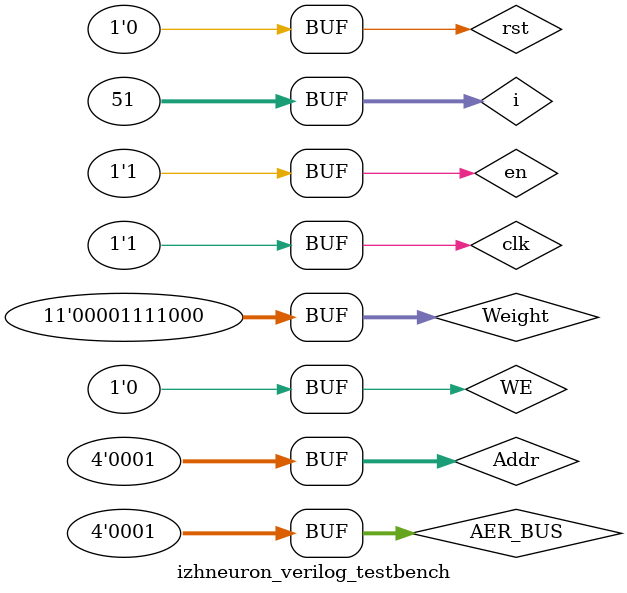
<source format=v>


module izhneuron_verilog(
	clk,
	rst,
	en,
	WE,
	Addr,
	AER_BUS,
	Weight,
	spike_out
);


input wire	clk;
input wire	rst;
input wire	en;
input wire	WE;
input wire	[3:0] Addr;
input wire	[3:0] AER_BUS;
input wire	[10:0] Weight;
output wire	spike_out;

wire	SYNTHESIZED_WIRE_0;
wire	[31:0] SYNTHESIZED_WIRE_9;
wire	[31:0] SYNTHESIZED_WIRE_10;
wire	[31:0] SYNTHESIZED_WIRE_3;
wire	[31:0] SYNTHESIZED_WIRE_4;
wire	[10:0] SYNTHESIZED_WIRE_5;
wire	[10:0] SYNTHESIZED_WIRE_6;

assign	spike_out = SYNTHESIZED_WIRE_0;




u_equation	b2v_inst(
	.rst(rst),
	.clk(clk),
	.spike(SYNTHESIZED_WIRE_0),
	.u(SYNTHESIZED_WIRE_9),
	.v(SYNTHESIZED_WIRE_10),
	.u_out(SYNTHESIZED_WIRE_3));
	defparam	b2v_inst.d = 80;


store	b2v_inst2(
	.rst(rst),
	.clk(clk),
	.in(SYNTHESIZED_WIRE_3),
	.out(SYNTHESIZED_WIRE_9));


neg_store	b2v_inst3(
	.rst(rst),
	.clk(clk),
	.in(SYNTHESIZED_WIRE_4),
	.out(SYNTHESIZED_WIRE_10));


input_align	b2v_inst4(
	.clk(clk),
	.rst(rst),
	.en(en),
	.synaptic_in(SYNTHESIZED_WIRE_5),
	.out(SYNTHESIZED_WIRE_6));


RAM	b2v_inst5(
	.clk(clk),
	.rst(rst),
	.we(WE),
	.AER_bus(AER_BUS),
	.syn_addr(Addr),
	.syn_weight(Weight),
	.weight_out(SYNTHESIZED_WIRE_5));
	defparam	b2v_inst5.N_NEURONS = 4;


v_equation	b2v_inst6(
	.clk(clk),
	.rst(rst),
	.I(SYNTHESIZED_WIRE_6),
	.u(SYNTHESIZED_WIRE_9),
	.v(SYNTHESIZED_WIRE_10),
	.spike(SYNTHESIZED_WIRE_0),
	.v_out(SYNTHESIZED_WIRE_4));
	defparam	b2v_inst6.c = -650;
	defparam	b2v_inst6.threshold = 300;


endmodule

module izhneuron_verilog_testbench();
	reg en, rst, clk, WE;
	reg	[3:0] Addr;
	reg	[3:0] AER_BUS;
	reg	[10:0] Weight;
	
	wire spike_out;
		
	integer i;
	
	izhneuron_verilog dut (.clk(clk),
								  .rst(rst),
								  .WE(WE),
								  .Addr(Addr),
								  .AER_BUS(AER_BUS),
								  .Weight(Weight),
								  .en(en),
						        .spike_out(spike_out)
								  );

	initial begin
		rst = 1'b1;
		clk = 1'b1;
		en  = 1'b0;    
		WE = 1'b0;
		AER_BUS = 0;
		Weight = 0;
		
		#30;
		rst = 1'b0;
		en = 1'b1;
		
		WE = 1'b1;
		Weight = 120;
		Addr = 1;
		
		#20;
		WE = 1'b0;
		#40;
		AER_BUS = 1;
	end
	
	// Create a clock that switches every 10 timepoints
	initial begin
			clk  = 1'b0;
			for(i = 0; i<=50; i = i+1) begin
				#10 clk = ~clk; 
			end
	end



endmodule 
</source>
